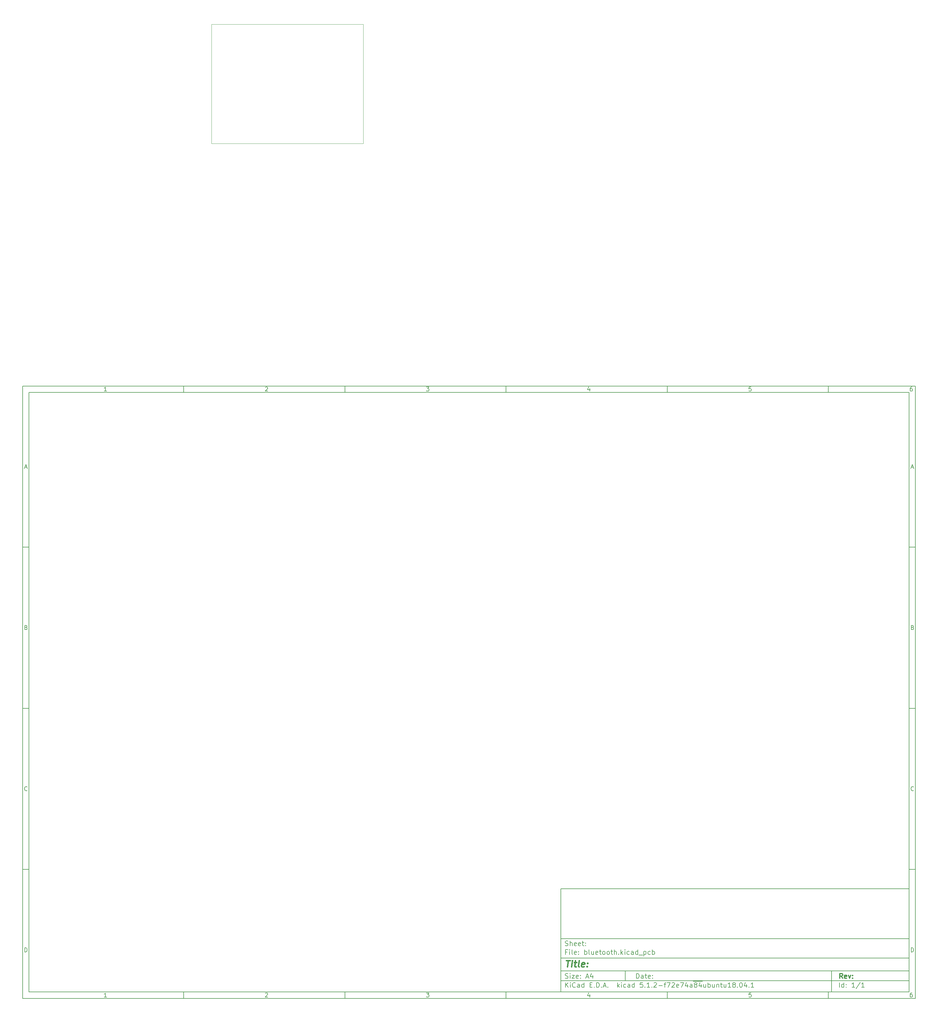
<source format=gbr>
%TF.GenerationSoftware,KiCad,Pcbnew,5.1.2-f72e74a~84~ubuntu18.04.1*%
%TF.CreationDate,2019-07-21T14:48:09+03:00*%
%TF.ProjectId,bluetooth,626c7565-746f-46f7-9468-2e6b69636164,rev?*%
%TF.SameCoordinates,Original*%
%TF.FileFunction,Profile,NP*%
%FSLAX46Y46*%
G04 Gerber Fmt 4.6, Leading zero omitted, Abs format (unit mm)*
G04 Created by KiCad (PCBNEW 5.1.2-f72e74a~84~ubuntu18.04.1) date 2019-07-21 14:48:09*
%MOMM*%
%LPD*%
G04 APERTURE LIST*
%ADD10C,0.100000*%
%ADD11C,0.150000*%
%ADD12C,0.300000*%
%ADD13C,0.400000*%
G04 APERTURE END LIST*
D10*
D11*
X177002200Y-166007200D02*
X177002200Y-198007200D01*
X285002200Y-198007200D01*
X285002200Y-166007200D01*
X177002200Y-166007200D01*
D10*
D11*
X10000000Y-10000000D02*
X10000000Y-200007200D01*
X287002200Y-200007200D01*
X287002200Y-10000000D01*
X10000000Y-10000000D01*
D10*
D11*
X12000000Y-12000000D02*
X12000000Y-198007200D01*
X285002200Y-198007200D01*
X285002200Y-12000000D01*
X12000000Y-12000000D01*
D10*
D11*
X60000000Y-12000000D02*
X60000000Y-10000000D01*
D10*
D11*
X110000000Y-12000000D02*
X110000000Y-10000000D01*
D10*
D11*
X160000000Y-12000000D02*
X160000000Y-10000000D01*
D10*
D11*
X210000000Y-12000000D02*
X210000000Y-10000000D01*
D10*
D11*
X260000000Y-12000000D02*
X260000000Y-10000000D01*
D10*
D11*
X36065476Y-11588095D02*
X35322619Y-11588095D01*
X35694047Y-11588095D02*
X35694047Y-10288095D01*
X35570238Y-10473809D01*
X35446428Y-10597619D01*
X35322619Y-10659523D01*
D10*
D11*
X85322619Y-10411904D02*
X85384523Y-10350000D01*
X85508333Y-10288095D01*
X85817857Y-10288095D01*
X85941666Y-10350000D01*
X86003571Y-10411904D01*
X86065476Y-10535714D01*
X86065476Y-10659523D01*
X86003571Y-10845238D01*
X85260714Y-11588095D01*
X86065476Y-11588095D01*
D10*
D11*
X135260714Y-10288095D02*
X136065476Y-10288095D01*
X135632142Y-10783333D01*
X135817857Y-10783333D01*
X135941666Y-10845238D01*
X136003571Y-10907142D01*
X136065476Y-11030952D01*
X136065476Y-11340476D01*
X136003571Y-11464285D01*
X135941666Y-11526190D01*
X135817857Y-11588095D01*
X135446428Y-11588095D01*
X135322619Y-11526190D01*
X135260714Y-11464285D01*
D10*
D11*
X185941666Y-10721428D02*
X185941666Y-11588095D01*
X185632142Y-10226190D02*
X185322619Y-11154761D01*
X186127380Y-11154761D01*
D10*
D11*
X236003571Y-10288095D02*
X235384523Y-10288095D01*
X235322619Y-10907142D01*
X235384523Y-10845238D01*
X235508333Y-10783333D01*
X235817857Y-10783333D01*
X235941666Y-10845238D01*
X236003571Y-10907142D01*
X236065476Y-11030952D01*
X236065476Y-11340476D01*
X236003571Y-11464285D01*
X235941666Y-11526190D01*
X235817857Y-11588095D01*
X235508333Y-11588095D01*
X235384523Y-11526190D01*
X235322619Y-11464285D01*
D10*
D11*
X285941666Y-10288095D02*
X285694047Y-10288095D01*
X285570238Y-10350000D01*
X285508333Y-10411904D01*
X285384523Y-10597619D01*
X285322619Y-10845238D01*
X285322619Y-11340476D01*
X285384523Y-11464285D01*
X285446428Y-11526190D01*
X285570238Y-11588095D01*
X285817857Y-11588095D01*
X285941666Y-11526190D01*
X286003571Y-11464285D01*
X286065476Y-11340476D01*
X286065476Y-11030952D01*
X286003571Y-10907142D01*
X285941666Y-10845238D01*
X285817857Y-10783333D01*
X285570238Y-10783333D01*
X285446428Y-10845238D01*
X285384523Y-10907142D01*
X285322619Y-11030952D01*
D10*
D11*
X60000000Y-198007200D02*
X60000000Y-200007200D01*
D10*
D11*
X110000000Y-198007200D02*
X110000000Y-200007200D01*
D10*
D11*
X160000000Y-198007200D02*
X160000000Y-200007200D01*
D10*
D11*
X210000000Y-198007200D02*
X210000000Y-200007200D01*
D10*
D11*
X260000000Y-198007200D02*
X260000000Y-200007200D01*
D10*
D11*
X36065476Y-199595295D02*
X35322619Y-199595295D01*
X35694047Y-199595295D02*
X35694047Y-198295295D01*
X35570238Y-198481009D01*
X35446428Y-198604819D01*
X35322619Y-198666723D01*
D10*
D11*
X85322619Y-198419104D02*
X85384523Y-198357200D01*
X85508333Y-198295295D01*
X85817857Y-198295295D01*
X85941666Y-198357200D01*
X86003571Y-198419104D01*
X86065476Y-198542914D01*
X86065476Y-198666723D01*
X86003571Y-198852438D01*
X85260714Y-199595295D01*
X86065476Y-199595295D01*
D10*
D11*
X135260714Y-198295295D02*
X136065476Y-198295295D01*
X135632142Y-198790533D01*
X135817857Y-198790533D01*
X135941666Y-198852438D01*
X136003571Y-198914342D01*
X136065476Y-199038152D01*
X136065476Y-199347676D01*
X136003571Y-199471485D01*
X135941666Y-199533390D01*
X135817857Y-199595295D01*
X135446428Y-199595295D01*
X135322619Y-199533390D01*
X135260714Y-199471485D01*
D10*
D11*
X185941666Y-198728628D02*
X185941666Y-199595295D01*
X185632142Y-198233390D02*
X185322619Y-199161961D01*
X186127380Y-199161961D01*
D10*
D11*
X236003571Y-198295295D02*
X235384523Y-198295295D01*
X235322619Y-198914342D01*
X235384523Y-198852438D01*
X235508333Y-198790533D01*
X235817857Y-198790533D01*
X235941666Y-198852438D01*
X236003571Y-198914342D01*
X236065476Y-199038152D01*
X236065476Y-199347676D01*
X236003571Y-199471485D01*
X235941666Y-199533390D01*
X235817857Y-199595295D01*
X235508333Y-199595295D01*
X235384523Y-199533390D01*
X235322619Y-199471485D01*
D10*
D11*
X285941666Y-198295295D02*
X285694047Y-198295295D01*
X285570238Y-198357200D01*
X285508333Y-198419104D01*
X285384523Y-198604819D01*
X285322619Y-198852438D01*
X285322619Y-199347676D01*
X285384523Y-199471485D01*
X285446428Y-199533390D01*
X285570238Y-199595295D01*
X285817857Y-199595295D01*
X285941666Y-199533390D01*
X286003571Y-199471485D01*
X286065476Y-199347676D01*
X286065476Y-199038152D01*
X286003571Y-198914342D01*
X285941666Y-198852438D01*
X285817857Y-198790533D01*
X285570238Y-198790533D01*
X285446428Y-198852438D01*
X285384523Y-198914342D01*
X285322619Y-199038152D01*
D10*
D11*
X10000000Y-60000000D02*
X12000000Y-60000000D01*
D10*
D11*
X10000000Y-110000000D02*
X12000000Y-110000000D01*
D10*
D11*
X10000000Y-160000000D02*
X12000000Y-160000000D01*
D10*
D11*
X10690476Y-35216666D02*
X11309523Y-35216666D01*
X10566666Y-35588095D02*
X11000000Y-34288095D01*
X11433333Y-35588095D01*
D10*
D11*
X11092857Y-84907142D02*
X11278571Y-84969047D01*
X11340476Y-85030952D01*
X11402380Y-85154761D01*
X11402380Y-85340476D01*
X11340476Y-85464285D01*
X11278571Y-85526190D01*
X11154761Y-85588095D01*
X10659523Y-85588095D01*
X10659523Y-84288095D01*
X11092857Y-84288095D01*
X11216666Y-84350000D01*
X11278571Y-84411904D01*
X11340476Y-84535714D01*
X11340476Y-84659523D01*
X11278571Y-84783333D01*
X11216666Y-84845238D01*
X11092857Y-84907142D01*
X10659523Y-84907142D01*
D10*
D11*
X11402380Y-135464285D02*
X11340476Y-135526190D01*
X11154761Y-135588095D01*
X11030952Y-135588095D01*
X10845238Y-135526190D01*
X10721428Y-135402380D01*
X10659523Y-135278571D01*
X10597619Y-135030952D01*
X10597619Y-134845238D01*
X10659523Y-134597619D01*
X10721428Y-134473809D01*
X10845238Y-134350000D01*
X11030952Y-134288095D01*
X11154761Y-134288095D01*
X11340476Y-134350000D01*
X11402380Y-134411904D01*
D10*
D11*
X10659523Y-185588095D02*
X10659523Y-184288095D01*
X10969047Y-184288095D01*
X11154761Y-184350000D01*
X11278571Y-184473809D01*
X11340476Y-184597619D01*
X11402380Y-184845238D01*
X11402380Y-185030952D01*
X11340476Y-185278571D01*
X11278571Y-185402380D01*
X11154761Y-185526190D01*
X10969047Y-185588095D01*
X10659523Y-185588095D01*
D10*
D11*
X287002200Y-60000000D02*
X285002200Y-60000000D01*
D10*
D11*
X287002200Y-110000000D02*
X285002200Y-110000000D01*
D10*
D11*
X287002200Y-160000000D02*
X285002200Y-160000000D01*
D10*
D11*
X285692676Y-35216666D02*
X286311723Y-35216666D01*
X285568866Y-35588095D02*
X286002200Y-34288095D01*
X286435533Y-35588095D01*
D10*
D11*
X286095057Y-84907142D02*
X286280771Y-84969047D01*
X286342676Y-85030952D01*
X286404580Y-85154761D01*
X286404580Y-85340476D01*
X286342676Y-85464285D01*
X286280771Y-85526190D01*
X286156961Y-85588095D01*
X285661723Y-85588095D01*
X285661723Y-84288095D01*
X286095057Y-84288095D01*
X286218866Y-84350000D01*
X286280771Y-84411904D01*
X286342676Y-84535714D01*
X286342676Y-84659523D01*
X286280771Y-84783333D01*
X286218866Y-84845238D01*
X286095057Y-84907142D01*
X285661723Y-84907142D01*
D10*
D11*
X286404580Y-135464285D02*
X286342676Y-135526190D01*
X286156961Y-135588095D01*
X286033152Y-135588095D01*
X285847438Y-135526190D01*
X285723628Y-135402380D01*
X285661723Y-135278571D01*
X285599819Y-135030952D01*
X285599819Y-134845238D01*
X285661723Y-134597619D01*
X285723628Y-134473809D01*
X285847438Y-134350000D01*
X286033152Y-134288095D01*
X286156961Y-134288095D01*
X286342676Y-134350000D01*
X286404580Y-134411904D01*
D10*
D11*
X285661723Y-185588095D02*
X285661723Y-184288095D01*
X285971247Y-184288095D01*
X286156961Y-184350000D01*
X286280771Y-184473809D01*
X286342676Y-184597619D01*
X286404580Y-184845238D01*
X286404580Y-185030952D01*
X286342676Y-185278571D01*
X286280771Y-185402380D01*
X286156961Y-185526190D01*
X285971247Y-185588095D01*
X285661723Y-185588095D01*
D10*
D11*
X200434342Y-193785771D02*
X200434342Y-192285771D01*
X200791485Y-192285771D01*
X201005771Y-192357200D01*
X201148628Y-192500057D01*
X201220057Y-192642914D01*
X201291485Y-192928628D01*
X201291485Y-193142914D01*
X201220057Y-193428628D01*
X201148628Y-193571485D01*
X201005771Y-193714342D01*
X200791485Y-193785771D01*
X200434342Y-193785771D01*
X202577200Y-193785771D02*
X202577200Y-193000057D01*
X202505771Y-192857200D01*
X202362914Y-192785771D01*
X202077200Y-192785771D01*
X201934342Y-192857200D01*
X202577200Y-193714342D02*
X202434342Y-193785771D01*
X202077200Y-193785771D01*
X201934342Y-193714342D01*
X201862914Y-193571485D01*
X201862914Y-193428628D01*
X201934342Y-193285771D01*
X202077200Y-193214342D01*
X202434342Y-193214342D01*
X202577200Y-193142914D01*
X203077200Y-192785771D02*
X203648628Y-192785771D01*
X203291485Y-192285771D02*
X203291485Y-193571485D01*
X203362914Y-193714342D01*
X203505771Y-193785771D01*
X203648628Y-193785771D01*
X204720057Y-193714342D02*
X204577200Y-193785771D01*
X204291485Y-193785771D01*
X204148628Y-193714342D01*
X204077200Y-193571485D01*
X204077200Y-193000057D01*
X204148628Y-192857200D01*
X204291485Y-192785771D01*
X204577200Y-192785771D01*
X204720057Y-192857200D01*
X204791485Y-193000057D01*
X204791485Y-193142914D01*
X204077200Y-193285771D01*
X205434342Y-193642914D02*
X205505771Y-193714342D01*
X205434342Y-193785771D01*
X205362914Y-193714342D01*
X205434342Y-193642914D01*
X205434342Y-193785771D01*
X205434342Y-192857200D02*
X205505771Y-192928628D01*
X205434342Y-193000057D01*
X205362914Y-192928628D01*
X205434342Y-192857200D01*
X205434342Y-193000057D01*
D10*
D11*
X177002200Y-194507200D02*
X285002200Y-194507200D01*
D10*
D11*
X178434342Y-196585771D02*
X178434342Y-195085771D01*
X179291485Y-196585771D02*
X178648628Y-195728628D01*
X179291485Y-195085771D02*
X178434342Y-195942914D01*
X179934342Y-196585771D02*
X179934342Y-195585771D01*
X179934342Y-195085771D02*
X179862914Y-195157200D01*
X179934342Y-195228628D01*
X180005771Y-195157200D01*
X179934342Y-195085771D01*
X179934342Y-195228628D01*
X181505771Y-196442914D02*
X181434342Y-196514342D01*
X181220057Y-196585771D01*
X181077200Y-196585771D01*
X180862914Y-196514342D01*
X180720057Y-196371485D01*
X180648628Y-196228628D01*
X180577200Y-195942914D01*
X180577200Y-195728628D01*
X180648628Y-195442914D01*
X180720057Y-195300057D01*
X180862914Y-195157200D01*
X181077200Y-195085771D01*
X181220057Y-195085771D01*
X181434342Y-195157200D01*
X181505771Y-195228628D01*
X182791485Y-196585771D02*
X182791485Y-195800057D01*
X182720057Y-195657200D01*
X182577200Y-195585771D01*
X182291485Y-195585771D01*
X182148628Y-195657200D01*
X182791485Y-196514342D02*
X182648628Y-196585771D01*
X182291485Y-196585771D01*
X182148628Y-196514342D01*
X182077200Y-196371485D01*
X182077200Y-196228628D01*
X182148628Y-196085771D01*
X182291485Y-196014342D01*
X182648628Y-196014342D01*
X182791485Y-195942914D01*
X184148628Y-196585771D02*
X184148628Y-195085771D01*
X184148628Y-196514342D02*
X184005771Y-196585771D01*
X183720057Y-196585771D01*
X183577200Y-196514342D01*
X183505771Y-196442914D01*
X183434342Y-196300057D01*
X183434342Y-195871485D01*
X183505771Y-195728628D01*
X183577200Y-195657200D01*
X183720057Y-195585771D01*
X184005771Y-195585771D01*
X184148628Y-195657200D01*
X186005771Y-195800057D02*
X186505771Y-195800057D01*
X186720057Y-196585771D02*
X186005771Y-196585771D01*
X186005771Y-195085771D01*
X186720057Y-195085771D01*
X187362914Y-196442914D02*
X187434342Y-196514342D01*
X187362914Y-196585771D01*
X187291485Y-196514342D01*
X187362914Y-196442914D01*
X187362914Y-196585771D01*
X188077200Y-196585771D02*
X188077200Y-195085771D01*
X188434342Y-195085771D01*
X188648628Y-195157200D01*
X188791485Y-195300057D01*
X188862914Y-195442914D01*
X188934342Y-195728628D01*
X188934342Y-195942914D01*
X188862914Y-196228628D01*
X188791485Y-196371485D01*
X188648628Y-196514342D01*
X188434342Y-196585771D01*
X188077200Y-196585771D01*
X189577200Y-196442914D02*
X189648628Y-196514342D01*
X189577200Y-196585771D01*
X189505771Y-196514342D01*
X189577200Y-196442914D01*
X189577200Y-196585771D01*
X190220057Y-196157200D02*
X190934342Y-196157200D01*
X190077200Y-196585771D02*
X190577200Y-195085771D01*
X191077200Y-196585771D01*
X191577200Y-196442914D02*
X191648628Y-196514342D01*
X191577200Y-196585771D01*
X191505771Y-196514342D01*
X191577200Y-196442914D01*
X191577200Y-196585771D01*
X194577200Y-196585771D02*
X194577200Y-195085771D01*
X194720057Y-196014342D02*
X195148628Y-196585771D01*
X195148628Y-195585771D02*
X194577200Y-196157200D01*
X195791485Y-196585771D02*
X195791485Y-195585771D01*
X195791485Y-195085771D02*
X195720057Y-195157200D01*
X195791485Y-195228628D01*
X195862914Y-195157200D01*
X195791485Y-195085771D01*
X195791485Y-195228628D01*
X197148628Y-196514342D02*
X197005771Y-196585771D01*
X196720057Y-196585771D01*
X196577200Y-196514342D01*
X196505771Y-196442914D01*
X196434342Y-196300057D01*
X196434342Y-195871485D01*
X196505771Y-195728628D01*
X196577200Y-195657200D01*
X196720057Y-195585771D01*
X197005771Y-195585771D01*
X197148628Y-195657200D01*
X198434342Y-196585771D02*
X198434342Y-195800057D01*
X198362914Y-195657200D01*
X198220057Y-195585771D01*
X197934342Y-195585771D01*
X197791485Y-195657200D01*
X198434342Y-196514342D02*
X198291485Y-196585771D01*
X197934342Y-196585771D01*
X197791485Y-196514342D01*
X197720057Y-196371485D01*
X197720057Y-196228628D01*
X197791485Y-196085771D01*
X197934342Y-196014342D01*
X198291485Y-196014342D01*
X198434342Y-195942914D01*
X199791485Y-196585771D02*
X199791485Y-195085771D01*
X199791485Y-196514342D02*
X199648628Y-196585771D01*
X199362914Y-196585771D01*
X199220057Y-196514342D01*
X199148628Y-196442914D01*
X199077200Y-196300057D01*
X199077200Y-195871485D01*
X199148628Y-195728628D01*
X199220057Y-195657200D01*
X199362914Y-195585771D01*
X199648628Y-195585771D01*
X199791485Y-195657200D01*
X202362914Y-195085771D02*
X201648628Y-195085771D01*
X201577200Y-195800057D01*
X201648628Y-195728628D01*
X201791485Y-195657200D01*
X202148628Y-195657200D01*
X202291485Y-195728628D01*
X202362914Y-195800057D01*
X202434342Y-195942914D01*
X202434342Y-196300057D01*
X202362914Y-196442914D01*
X202291485Y-196514342D01*
X202148628Y-196585771D01*
X201791485Y-196585771D01*
X201648628Y-196514342D01*
X201577200Y-196442914D01*
X203077200Y-196442914D02*
X203148628Y-196514342D01*
X203077200Y-196585771D01*
X203005771Y-196514342D01*
X203077200Y-196442914D01*
X203077200Y-196585771D01*
X204577200Y-196585771D02*
X203720057Y-196585771D01*
X204148628Y-196585771D02*
X204148628Y-195085771D01*
X204005771Y-195300057D01*
X203862914Y-195442914D01*
X203720057Y-195514342D01*
X205220057Y-196442914D02*
X205291485Y-196514342D01*
X205220057Y-196585771D01*
X205148628Y-196514342D01*
X205220057Y-196442914D01*
X205220057Y-196585771D01*
X205862914Y-195228628D02*
X205934342Y-195157200D01*
X206077200Y-195085771D01*
X206434342Y-195085771D01*
X206577200Y-195157200D01*
X206648628Y-195228628D01*
X206720057Y-195371485D01*
X206720057Y-195514342D01*
X206648628Y-195728628D01*
X205791485Y-196585771D01*
X206720057Y-196585771D01*
X207362914Y-196014342D02*
X208505771Y-196014342D01*
X209005771Y-195585771D02*
X209577200Y-195585771D01*
X209220057Y-196585771D02*
X209220057Y-195300057D01*
X209291485Y-195157200D01*
X209434342Y-195085771D01*
X209577200Y-195085771D01*
X209934342Y-195085771D02*
X210934342Y-195085771D01*
X210291485Y-196585771D01*
X211434342Y-195228628D02*
X211505771Y-195157200D01*
X211648628Y-195085771D01*
X212005771Y-195085771D01*
X212148628Y-195157200D01*
X212220057Y-195228628D01*
X212291485Y-195371485D01*
X212291485Y-195514342D01*
X212220057Y-195728628D01*
X211362914Y-196585771D01*
X212291485Y-196585771D01*
X213505771Y-196514342D02*
X213362914Y-196585771D01*
X213077200Y-196585771D01*
X212934342Y-196514342D01*
X212862914Y-196371485D01*
X212862914Y-195800057D01*
X212934342Y-195657200D01*
X213077200Y-195585771D01*
X213362914Y-195585771D01*
X213505771Y-195657200D01*
X213577200Y-195800057D01*
X213577200Y-195942914D01*
X212862914Y-196085771D01*
X214077200Y-195085771D02*
X215077200Y-195085771D01*
X214434342Y-196585771D01*
X216291485Y-195585771D02*
X216291485Y-196585771D01*
X215934342Y-195014342D02*
X215577200Y-196085771D01*
X216505771Y-196085771D01*
X217720057Y-196585771D02*
X217720057Y-195800057D01*
X217648628Y-195657200D01*
X217505771Y-195585771D01*
X217220057Y-195585771D01*
X217077200Y-195657200D01*
X217720057Y-196514342D02*
X217577200Y-196585771D01*
X217220057Y-196585771D01*
X217077200Y-196514342D01*
X217005771Y-196371485D01*
X217005771Y-196228628D01*
X217077200Y-196085771D01*
X217220057Y-196014342D01*
X217577200Y-196014342D01*
X217720057Y-195942914D01*
X218077200Y-194677200D02*
X219505771Y-194677200D01*
X218648628Y-195728628D02*
X218505771Y-195657200D01*
X218434342Y-195585771D01*
X218362914Y-195442914D01*
X218362914Y-195371485D01*
X218434342Y-195228628D01*
X218505771Y-195157200D01*
X218648628Y-195085771D01*
X218934342Y-195085771D01*
X219077200Y-195157200D01*
X219148628Y-195228628D01*
X219220057Y-195371485D01*
X219220057Y-195442914D01*
X219148628Y-195585771D01*
X219077200Y-195657200D01*
X218934342Y-195728628D01*
X218648628Y-195728628D01*
X218505771Y-195800057D01*
X218434342Y-195871485D01*
X218362914Y-196014342D01*
X218362914Y-196300057D01*
X218434342Y-196442914D01*
X218505771Y-196514342D01*
X218648628Y-196585771D01*
X218934342Y-196585771D01*
X219077200Y-196514342D01*
X219148628Y-196442914D01*
X219220057Y-196300057D01*
X219220057Y-196014342D01*
X219148628Y-195871485D01*
X219077200Y-195800057D01*
X218934342Y-195728628D01*
X219505771Y-194677200D02*
X220934342Y-194677200D01*
X220505771Y-195585771D02*
X220505771Y-196585771D01*
X220148628Y-195014342D02*
X219791485Y-196085771D01*
X220720057Y-196085771D01*
X221934342Y-195585771D02*
X221934342Y-196585771D01*
X221291485Y-195585771D02*
X221291485Y-196371485D01*
X221362914Y-196514342D01*
X221505771Y-196585771D01*
X221720057Y-196585771D01*
X221862914Y-196514342D01*
X221934342Y-196442914D01*
X222648628Y-196585771D02*
X222648628Y-195085771D01*
X222648628Y-195657200D02*
X222791485Y-195585771D01*
X223077200Y-195585771D01*
X223220057Y-195657200D01*
X223291485Y-195728628D01*
X223362914Y-195871485D01*
X223362914Y-196300057D01*
X223291485Y-196442914D01*
X223220057Y-196514342D01*
X223077200Y-196585771D01*
X222791485Y-196585771D01*
X222648628Y-196514342D01*
X224648628Y-195585771D02*
X224648628Y-196585771D01*
X224005771Y-195585771D02*
X224005771Y-196371485D01*
X224077200Y-196514342D01*
X224220057Y-196585771D01*
X224434342Y-196585771D01*
X224577200Y-196514342D01*
X224648628Y-196442914D01*
X225362914Y-195585771D02*
X225362914Y-196585771D01*
X225362914Y-195728628D02*
X225434342Y-195657200D01*
X225577200Y-195585771D01*
X225791485Y-195585771D01*
X225934342Y-195657200D01*
X226005771Y-195800057D01*
X226005771Y-196585771D01*
X226505771Y-195585771D02*
X227077200Y-195585771D01*
X226720057Y-195085771D02*
X226720057Y-196371485D01*
X226791485Y-196514342D01*
X226934342Y-196585771D01*
X227077200Y-196585771D01*
X228220057Y-195585771D02*
X228220057Y-196585771D01*
X227577200Y-195585771D02*
X227577200Y-196371485D01*
X227648628Y-196514342D01*
X227791485Y-196585771D01*
X228005771Y-196585771D01*
X228148628Y-196514342D01*
X228220057Y-196442914D01*
X229720057Y-196585771D02*
X228862914Y-196585771D01*
X229291485Y-196585771D02*
X229291485Y-195085771D01*
X229148628Y-195300057D01*
X229005771Y-195442914D01*
X228862914Y-195514342D01*
X230577200Y-195728628D02*
X230434342Y-195657200D01*
X230362914Y-195585771D01*
X230291485Y-195442914D01*
X230291485Y-195371485D01*
X230362914Y-195228628D01*
X230434342Y-195157200D01*
X230577200Y-195085771D01*
X230862914Y-195085771D01*
X231005771Y-195157200D01*
X231077200Y-195228628D01*
X231148628Y-195371485D01*
X231148628Y-195442914D01*
X231077200Y-195585771D01*
X231005771Y-195657200D01*
X230862914Y-195728628D01*
X230577200Y-195728628D01*
X230434342Y-195800057D01*
X230362914Y-195871485D01*
X230291485Y-196014342D01*
X230291485Y-196300057D01*
X230362914Y-196442914D01*
X230434342Y-196514342D01*
X230577200Y-196585771D01*
X230862914Y-196585771D01*
X231005771Y-196514342D01*
X231077200Y-196442914D01*
X231148628Y-196300057D01*
X231148628Y-196014342D01*
X231077200Y-195871485D01*
X231005771Y-195800057D01*
X230862914Y-195728628D01*
X231791485Y-196442914D02*
X231862914Y-196514342D01*
X231791485Y-196585771D01*
X231720057Y-196514342D01*
X231791485Y-196442914D01*
X231791485Y-196585771D01*
X232791485Y-195085771D02*
X232934342Y-195085771D01*
X233077200Y-195157200D01*
X233148628Y-195228628D01*
X233220057Y-195371485D01*
X233291485Y-195657200D01*
X233291485Y-196014342D01*
X233220057Y-196300057D01*
X233148628Y-196442914D01*
X233077200Y-196514342D01*
X232934342Y-196585771D01*
X232791485Y-196585771D01*
X232648628Y-196514342D01*
X232577200Y-196442914D01*
X232505771Y-196300057D01*
X232434342Y-196014342D01*
X232434342Y-195657200D01*
X232505771Y-195371485D01*
X232577200Y-195228628D01*
X232648628Y-195157200D01*
X232791485Y-195085771D01*
X234577200Y-195585771D02*
X234577200Y-196585771D01*
X234220057Y-195014342D02*
X233862914Y-196085771D01*
X234791485Y-196085771D01*
X235362914Y-196442914D02*
X235434342Y-196514342D01*
X235362914Y-196585771D01*
X235291485Y-196514342D01*
X235362914Y-196442914D01*
X235362914Y-196585771D01*
X236862914Y-196585771D02*
X236005771Y-196585771D01*
X236434342Y-196585771D02*
X236434342Y-195085771D01*
X236291485Y-195300057D01*
X236148628Y-195442914D01*
X236005771Y-195514342D01*
D10*
D11*
X177002200Y-191507200D02*
X285002200Y-191507200D01*
D10*
D12*
X264411485Y-193785771D02*
X263911485Y-193071485D01*
X263554342Y-193785771D02*
X263554342Y-192285771D01*
X264125771Y-192285771D01*
X264268628Y-192357200D01*
X264340057Y-192428628D01*
X264411485Y-192571485D01*
X264411485Y-192785771D01*
X264340057Y-192928628D01*
X264268628Y-193000057D01*
X264125771Y-193071485D01*
X263554342Y-193071485D01*
X265625771Y-193714342D02*
X265482914Y-193785771D01*
X265197200Y-193785771D01*
X265054342Y-193714342D01*
X264982914Y-193571485D01*
X264982914Y-193000057D01*
X265054342Y-192857200D01*
X265197200Y-192785771D01*
X265482914Y-192785771D01*
X265625771Y-192857200D01*
X265697200Y-193000057D01*
X265697200Y-193142914D01*
X264982914Y-193285771D01*
X266197200Y-192785771D02*
X266554342Y-193785771D01*
X266911485Y-192785771D01*
X267482914Y-193642914D02*
X267554342Y-193714342D01*
X267482914Y-193785771D01*
X267411485Y-193714342D01*
X267482914Y-193642914D01*
X267482914Y-193785771D01*
X267482914Y-192857200D02*
X267554342Y-192928628D01*
X267482914Y-193000057D01*
X267411485Y-192928628D01*
X267482914Y-192857200D01*
X267482914Y-193000057D01*
D10*
D11*
X178362914Y-193714342D02*
X178577200Y-193785771D01*
X178934342Y-193785771D01*
X179077200Y-193714342D01*
X179148628Y-193642914D01*
X179220057Y-193500057D01*
X179220057Y-193357200D01*
X179148628Y-193214342D01*
X179077200Y-193142914D01*
X178934342Y-193071485D01*
X178648628Y-193000057D01*
X178505771Y-192928628D01*
X178434342Y-192857200D01*
X178362914Y-192714342D01*
X178362914Y-192571485D01*
X178434342Y-192428628D01*
X178505771Y-192357200D01*
X178648628Y-192285771D01*
X179005771Y-192285771D01*
X179220057Y-192357200D01*
X179862914Y-193785771D02*
X179862914Y-192785771D01*
X179862914Y-192285771D02*
X179791485Y-192357200D01*
X179862914Y-192428628D01*
X179934342Y-192357200D01*
X179862914Y-192285771D01*
X179862914Y-192428628D01*
X180434342Y-192785771D02*
X181220057Y-192785771D01*
X180434342Y-193785771D01*
X181220057Y-193785771D01*
X182362914Y-193714342D02*
X182220057Y-193785771D01*
X181934342Y-193785771D01*
X181791485Y-193714342D01*
X181720057Y-193571485D01*
X181720057Y-193000057D01*
X181791485Y-192857200D01*
X181934342Y-192785771D01*
X182220057Y-192785771D01*
X182362914Y-192857200D01*
X182434342Y-193000057D01*
X182434342Y-193142914D01*
X181720057Y-193285771D01*
X183077200Y-193642914D02*
X183148628Y-193714342D01*
X183077200Y-193785771D01*
X183005771Y-193714342D01*
X183077200Y-193642914D01*
X183077200Y-193785771D01*
X183077200Y-192857200D02*
X183148628Y-192928628D01*
X183077200Y-193000057D01*
X183005771Y-192928628D01*
X183077200Y-192857200D01*
X183077200Y-193000057D01*
X184862914Y-193357200D02*
X185577200Y-193357200D01*
X184720057Y-193785771D02*
X185220057Y-192285771D01*
X185720057Y-193785771D01*
X186862914Y-192785771D02*
X186862914Y-193785771D01*
X186505771Y-192214342D02*
X186148628Y-193285771D01*
X187077200Y-193285771D01*
D10*
D11*
X263434342Y-196585771D02*
X263434342Y-195085771D01*
X264791485Y-196585771D02*
X264791485Y-195085771D01*
X264791485Y-196514342D02*
X264648628Y-196585771D01*
X264362914Y-196585771D01*
X264220057Y-196514342D01*
X264148628Y-196442914D01*
X264077200Y-196300057D01*
X264077200Y-195871485D01*
X264148628Y-195728628D01*
X264220057Y-195657200D01*
X264362914Y-195585771D01*
X264648628Y-195585771D01*
X264791485Y-195657200D01*
X265505771Y-196442914D02*
X265577200Y-196514342D01*
X265505771Y-196585771D01*
X265434342Y-196514342D01*
X265505771Y-196442914D01*
X265505771Y-196585771D01*
X265505771Y-195657200D02*
X265577200Y-195728628D01*
X265505771Y-195800057D01*
X265434342Y-195728628D01*
X265505771Y-195657200D01*
X265505771Y-195800057D01*
X268148628Y-196585771D02*
X267291485Y-196585771D01*
X267720057Y-196585771D02*
X267720057Y-195085771D01*
X267577200Y-195300057D01*
X267434342Y-195442914D01*
X267291485Y-195514342D01*
X269862914Y-195014342D02*
X268577200Y-196942914D01*
X271148628Y-196585771D02*
X270291485Y-196585771D01*
X270720057Y-196585771D02*
X270720057Y-195085771D01*
X270577200Y-195300057D01*
X270434342Y-195442914D01*
X270291485Y-195514342D01*
D10*
D11*
X177002200Y-187507200D02*
X285002200Y-187507200D01*
D10*
D13*
X178714580Y-188211961D02*
X179857438Y-188211961D01*
X179036009Y-190211961D02*
X179286009Y-188211961D01*
X180274104Y-190211961D02*
X180440771Y-188878628D01*
X180524104Y-188211961D02*
X180416961Y-188307200D01*
X180500295Y-188402438D01*
X180607438Y-188307200D01*
X180524104Y-188211961D01*
X180500295Y-188402438D01*
X181107438Y-188878628D02*
X181869342Y-188878628D01*
X181476485Y-188211961D02*
X181262200Y-189926247D01*
X181333628Y-190116723D01*
X181512200Y-190211961D01*
X181702676Y-190211961D01*
X182655057Y-190211961D02*
X182476485Y-190116723D01*
X182405057Y-189926247D01*
X182619342Y-188211961D01*
X184190771Y-190116723D02*
X183988390Y-190211961D01*
X183607438Y-190211961D01*
X183428866Y-190116723D01*
X183357438Y-189926247D01*
X183452676Y-189164342D01*
X183571723Y-188973866D01*
X183774104Y-188878628D01*
X184155057Y-188878628D01*
X184333628Y-188973866D01*
X184405057Y-189164342D01*
X184381247Y-189354819D01*
X183405057Y-189545295D01*
X185155057Y-190021485D02*
X185238390Y-190116723D01*
X185131247Y-190211961D01*
X185047914Y-190116723D01*
X185155057Y-190021485D01*
X185131247Y-190211961D01*
X185286009Y-188973866D02*
X185369342Y-189069104D01*
X185262200Y-189164342D01*
X185178866Y-189069104D01*
X185286009Y-188973866D01*
X185262200Y-189164342D01*
D10*
D11*
X178934342Y-185600057D02*
X178434342Y-185600057D01*
X178434342Y-186385771D02*
X178434342Y-184885771D01*
X179148628Y-184885771D01*
X179720057Y-186385771D02*
X179720057Y-185385771D01*
X179720057Y-184885771D02*
X179648628Y-184957200D01*
X179720057Y-185028628D01*
X179791485Y-184957200D01*
X179720057Y-184885771D01*
X179720057Y-185028628D01*
X180648628Y-186385771D02*
X180505771Y-186314342D01*
X180434342Y-186171485D01*
X180434342Y-184885771D01*
X181791485Y-186314342D02*
X181648628Y-186385771D01*
X181362914Y-186385771D01*
X181220057Y-186314342D01*
X181148628Y-186171485D01*
X181148628Y-185600057D01*
X181220057Y-185457200D01*
X181362914Y-185385771D01*
X181648628Y-185385771D01*
X181791485Y-185457200D01*
X181862914Y-185600057D01*
X181862914Y-185742914D01*
X181148628Y-185885771D01*
X182505771Y-186242914D02*
X182577200Y-186314342D01*
X182505771Y-186385771D01*
X182434342Y-186314342D01*
X182505771Y-186242914D01*
X182505771Y-186385771D01*
X182505771Y-185457200D02*
X182577200Y-185528628D01*
X182505771Y-185600057D01*
X182434342Y-185528628D01*
X182505771Y-185457200D01*
X182505771Y-185600057D01*
X184362914Y-186385771D02*
X184362914Y-184885771D01*
X184362914Y-185457200D02*
X184505771Y-185385771D01*
X184791485Y-185385771D01*
X184934342Y-185457200D01*
X185005771Y-185528628D01*
X185077200Y-185671485D01*
X185077200Y-186100057D01*
X185005771Y-186242914D01*
X184934342Y-186314342D01*
X184791485Y-186385771D01*
X184505771Y-186385771D01*
X184362914Y-186314342D01*
X185934342Y-186385771D02*
X185791485Y-186314342D01*
X185720057Y-186171485D01*
X185720057Y-184885771D01*
X187148628Y-185385771D02*
X187148628Y-186385771D01*
X186505771Y-185385771D02*
X186505771Y-186171485D01*
X186577200Y-186314342D01*
X186720057Y-186385771D01*
X186934342Y-186385771D01*
X187077200Y-186314342D01*
X187148628Y-186242914D01*
X188434342Y-186314342D02*
X188291485Y-186385771D01*
X188005771Y-186385771D01*
X187862914Y-186314342D01*
X187791485Y-186171485D01*
X187791485Y-185600057D01*
X187862914Y-185457200D01*
X188005771Y-185385771D01*
X188291485Y-185385771D01*
X188434342Y-185457200D01*
X188505771Y-185600057D01*
X188505771Y-185742914D01*
X187791485Y-185885771D01*
X188934342Y-185385771D02*
X189505771Y-185385771D01*
X189148628Y-184885771D02*
X189148628Y-186171485D01*
X189220057Y-186314342D01*
X189362914Y-186385771D01*
X189505771Y-186385771D01*
X190220057Y-186385771D02*
X190077200Y-186314342D01*
X190005771Y-186242914D01*
X189934342Y-186100057D01*
X189934342Y-185671485D01*
X190005771Y-185528628D01*
X190077200Y-185457200D01*
X190220057Y-185385771D01*
X190434342Y-185385771D01*
X190577200Y-185457200D01*
X190648628Y-185528628D01*
X190720057Y-185671485D01*
X190720057Y-186100057D01*
X190648628Y-186242914D01*
X190577200Y-186314342D01*
X190434342Y-186385771D01*
X190220057Y-186385771D01*
X191577200Y-186385771D02*
X191434342Y-186314342D01*
X191362914Y-186242914D01*
X191291485Y-186100057D01*
X191291485Y-185671485D01*
X191362914Y-185528628D01*
X191434342Y-185457200D01*
X191577200Y-185385771D01*
X191791485Y-185385771D01*
X191934342Y-185457200D01*
X192005771Y-185528628D01*
X192077200Y-185671485D01*
X192077200Y-186100057D01*
X192005771Y-186242914D01*
X191934342Y-186314342D01*
X191791485Y-186385771D01*
X191577200Y-186385771D01*
X192505771Y-185385771D02*
X193077200Y-185385771D01*
X192720057Y-184885771D02*
X192720057Y-186171485D01*
X192791485Y-186314342D01*
X192934342Y-186385771D01*
X193077200Y-186385771D01*
X193577200Y-186385771D02*
X193577200Y-184885771D01*
X194220057Y-186385771D02*
X194220057Y-185600057D01*
X194148628Y-185457200D01*
X194005771Y-185385771D01*
X193791485Y-185385771D01*
X193648628Y-185457200D01*
X193577200Y-185528628D01*
X194934342Y-186242914D02*
X195005771Y-186314342D01*
X194934342Y-186385771D01*
X194862914Y-186314342D01*
X194934342Y-186242914D01*
X194934342Y-186385771D01*
X195648628Y-186385771D02*
X195648628Y-184885771D01*
X195791485Y-185814342D02*
X196220057Y-186385771D01*
X196220057Y-185385771D02*
X195648628Y-185957200D01*
X196862914Y-186385771D02*
X196862914Y-185385771D01*
X196862914Y-184885771D02*
X196791485Y-184957200D01*
X196862914Y-185028628D01*
X196934342Y-184957200D01*
X196862914Y-184885771D01*
X196862914Y-185028628D01*
X198220057Y-186314342D02*
X198077200Y-186385771D01*
X197791485Y-186385771D01*
X197648628Y-186314342D01*
X197577200Y-186242914D01*
X197505771Y-186100057D01*
X197505771Y-185671485D01*
X197577200Y-185528628D01*
X197648628Y-185457200D01*
X197791485Y-185385771D01*
X198077200Y-185385771D01*
X198220057Y-185457200D01*
X199505771Y-186385771D02*
X199505771Y-185600057D01*
X199434342Y-185457200D01*
X199291485Y-185385771D01*
X199005771Y-185385771D01*
X198862914Y-185457200D01*
X199505771Y-186314342D02*
X199362914Y-186385771D01*
X199005771Y-186385771D01*
X198862914Y-186314342D01*
X198791485Y-186171485D01*
X198791485Y-186028628D01*
X198862914Y-185885771D01*
X199005771Y-185814342D01*
X199362914Y-185814342D01*
X199505771Y-185742914D01*
X200862914Y-186385771D02*
X200862914Y-184885771D01*
X200862914Y-186314342D02*
X200720057Y-186385771D01*
X200434342Y-186385771D01*
X200291485Y-186314342D01*
X200220057Y-186242914D01*
X200148628Y-186100057D01*
X200148628Y-185671485D01*
X200220057Y-185528628D01*
X200291485Y-185457200D01*
X200434342Y-185385771D01*
X200720057Y-185385771D01*
X200862914Y-185457200D01*
X201220057Y-186528628D02*
X202362914Y-186528628D01*
X202720057Y-185385771D02*
X202720057Y-186885771D01*
X202720057Y-185457200D02*
X202862914Y-185385771D01*
X203148628Y-185385771D01*
X203291485Y-185457200D01*
X203362914Y-185528628D01*
X203434342Y-185671485D01*
X203434342Y-186100057D01*
X203362914Y-186242914D01*
X203291485Y-186314342D01*
X203148628Y-186385771D01*
X202862914Y-186385771D01*
X202720057Y-186314342D01*
X204720057Y-186314342D02*
X204577200Y-186385771D01*
X204291485Y-186385771D01*
X204148628Y-186314342D01*
X204077200Y-186242914D01*
X204005771Y-186100057D01*
X204005771Y-185671485D01*
X204077200Y-185528628D01*
X204148628Y-185457200D01*
X204291485Y-185385771D01*
X204577200Y-185385771D01*
X204720057Y-185457200D01*
X205362914Y-186385771D02*
X205362914Y-184885771D01*
X205362914Y-185457200D02*
X205505771Y-185385771D01*
X205791485Y-185385771D01*
X205934342Y-185457200D01*
X206005771Y-185528628D01*
X206077200Y-185671485D01*
X206077200Y-186100057D01*
X206005771Y-186242914D01*
X205934342Y-186314342D01*
X205791485Y-186385771D01*
X205505771Y-186385771D01*
X205362914Y-186314342D01*
D10*
D11*
X177002200Y-181507200D02*
X285002200Y-181507200D01*
D10*
D11*
X178362914Y-183614342D02*
X178577200Y-183685771D01*
X178934342Y-183685771D01*
X179077200Y-183614342D01*
X179148628Y-183542914D01*
X179220057Y-183400057D01*
X179220057Y-183257200D01*
X179148628Y-183114342D01*
X179077200Y-183042914D01*
X178934342Y-182971485D01*
X178648628Y-182900057D01*
X178505771Y-182828628D01*
X178434342Y-182757200D01*
X178362914Y-182614342D01*
X178362914Y-182471485D01*
X178434342Y-182328628D01*
X178505771Y-182257200D01*
X178648628Y-182185771D01*
X179005771Y-182185771D01*
X179220057Y-182257200D01*
X179862914Y-183685771D02*
X179862914Y-182185771D01*
X180505771Y-183685771D02*
X180505771Y-182900057D01*
X180434342Y-182757200D01*
X180291485Y-182685771D01*
X180077200Y-182685771D01*
X179934342Y-182757200D01*
X179862914Y-182828628D01*
X181791485Y-183614342D02*
X181648628Y-183685771D01*
X181362914Y-183685771D01*
X181220057Y-183614342D01*
X181148628Y-183471485D01*
X181148628Y-182900057D01*
X181220057Y-182757200D01*
X181362914Y-182685771D01*
X181648628Y-182685771D01*
X181791485Y-182757200D01*
X181862914Y-182900057D01*
X181862914Y-183042914D01*
X181148628Y-183185771D01*
X183077200Y-183614342D02*
X182934342Y-183685771D01*
X182648628Y-183685771D01*
X182505771Y-183614342D01*
X182434342Y-183471485D01*
X182434342Y-182900057D01*
X182505771Y-182757200D01*
X182648628Y-182685771D01*
X182934342Y-182685771D01*
X183077200Y-182757200D01*
X183148628Y-182900057D01*
X183148628Y-183042914D01*
X182434342Y-183185771D01*
X183577200Y-182685771D02*
X184148628Y-182685771D01*
X183791485Y-182185771D02*
X183791485Y-183471485D01*
X183862914Y-183614342D01*
X184005771Y-183685771D01*
X184148628Y-183685771D01*
X184648628Y-183542914D02*
X184720057Y-183614342D01*
X184648628Y-183685771D01*
X184577200Y-183614342D01*
X184648628Y-183542914D01*
X184648628Y-183685771D01*
X184648628Y-182757200D02*
X184720057Y-182828628D01*
X184648628Y-182900057D01*
X184577200Y-182828628D01*
X184648628Y-182757200D01*
X184648628Y-182900057D01*
D10*
D11*
X197002200Y-191507200D02*
X197002200Y-194507200D01*
D10*
D11*
X261002200Y-191507200D02*
X261002200Y-198007200D01*
D10*
X68650000Y65200000D02*
X68650000Y102200000D01*
X69650000Y65200000D02*
X68650000Y65200000D01*
X115650000Y65200000D02*
X69650000Y65200000D01*
X115650000Y102200000D02*
X115650000Y65200000D01*
X114650000Y102200000D02*
X115650000Y102200000D01*
X68650000Y102200000D02*
X114650000Y102200000D01*
M02*

</source>
